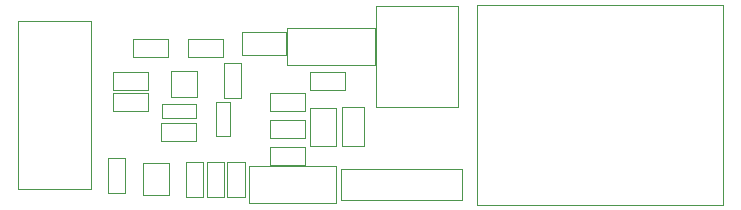
<source format=gbr>
G04 #@! TF.GenerationSoftware,KiCad,Pcbnew,(5.1.2)-1*
G04 #@! TF.CreationDate,2019-07-15T17:46:34-04:00*
G04 #@! TF.ProjectId,Charger Prototype,43686172-6765-4722-9050-726f746f7479,v1.0*
G04 #@! TF.SameCoordinates,Original*
G04 #@! TF.FileFunction,Other,User*
%FSLAX46Y46*%
G04 Gerber Fmt 4.6, Leading zero omitted, Abs format (unit mm)*
G04 Created by KiCad (PCBNEW (5.1.2)-1) date 2019-07-15 17:46:34*
%MOMM*%
%LPD*%
G04 APERTURE LIST*
%ADD10C,0.060000*%
%ADD11C,0.050000*%
G04 APERTURE END LIST*
D10*
X112946000Y-89832000D02*
X112946000Y-92032000D01*
X115146000Y-89832000D02*
X115146000Y-92032000D01*
X112946000Y-92032000D02*
X115146000Y-92032000D01*
X112946000Y-89832000D02*
X115146000Y-89832000D01*
X110533000Y-97646500D02*
X110533000Y-100346500D01*
X112733000Y-97646500D02*
X110533000Y-97646500D01*
X112733000Y-100346500D02*
X110533000Y-100346500D01*
X112733000Y-97646500D02*
X112733000Y-100346500D01*
D11*
X130182000Y-89307000D02*
X130182000Y-86207000D01*
X122782000Y-89307000D02*
X130182000Y-89307000D01*
X122782000Y-86207000D02*
X122782000Y-89307000D01*
X130182000Y-86207000D02*
X122782000Y-86207000D01*
X119500000Y-97891000D02*
X119500000Y-100991000D01*
X126900000Y-97891000D02*
X119500000Y-97891000D01*
X126900000Y-100991000D02*
X126900000Y-97891000D01*
X119500000Y-100991000D02*
X126900000Y-100991000D01*
X124732500Y-89948000D02*
X127692500Y-89948000D01*
X124732500Y-91408000D02*
X124732500Y-89948000D01*
X127692500Y-91408000D02*
X124732500Y-91408000D01*
X127692500Y-89948000D02*
X127692500Y-91408000D01*
X109061000Y-97237000D02*
X109061000Y-100197000D01*
X107601000Y-97237000D02*
X109061000Y-97237000D01*
X107601000Y-100197000D02*
X107601000Y-97237000D01*
X109061000Y-100197000D02*
X107601000Y-100197000D01*
X112706500Y-88614000D02*
X109746500Y-88614000D01*
X112706500Y-87154000D02*
X112706500Y-88614000D01*
X109746500Y-87154000D02*
X112706500Y-87154000D01*
X109746500Y-88614000D02*
X109746500Y-87154000D01*
X114369500Y-87154000D02*
X117329500Y-87154000D01*
X114369500Y-88614000D02*
X114369500Y-87154000D01*
X117329500Y-88614000D02*
X114369500Y-88614000D01*
X117329500Y-87154000D02*
X117329500Y-88614000D01*
X115665000Y-97516500D02*
X115665000Y-100476500D01*
X114205000Y-97516500D02*
X115665000Y-97516500D01*
X114205000Y-100476500D02*
X114205000Y-97516500D01*
X115665000Y-100476500D02*
X114205000Y-100476500D01*
D10*
X112176000Y-92618000D02*
X115026000Y-92618000D01*
X112176000Y-93818000D02*
X112176000Y-92618000D01*
X115026000Y-93818000D02*
X112176000Y-93818000D01*
X115026000Y-92618000D02*
X115026000Y-93818000D01*
X117948000Y-92492000D02*
X117948000Y-95342000D01*
X116748000Y-92492000D02*
X117948000Y-92492000D01*
X116748000Y-95342000D02*
X116748000Y-92492000D01*
X117948000Y-95342000D02*
X116748000Y-95342000D01*
D11*
X99970000Y-85610000D02*
X99970000Y-99810000D01*
X99970000Y-99810000D02*
X106120000Y-99810000D01*
X99970000Y-85610000D02*
X106120000Y-85610000D01*
X106120000Y-85610000D02*
X106120000Y-99810000D01*
X130297000Y-92909000D02*
X137197000Y-92909000D01*
X130297000Y-84309000D02*
X130297000Y-92909000D01*
X137197000Y-84309000D02*
X130297000Y-84309000D01*
X137197000Y-92909000D02*
X137197000Y-84309000D01*
X138808000Y-101160000D02*
X138808000Y-84260000D01*
X138808000Y-84260000D02*
X159698000Y-84260000D01*
X138808000Y-101160000D02*
X159698000Y-101160000D01*
X159698000Y-101160000D02*
X159698000Y-84260000D01*
X107994000Y-89948000D02*
X110954000Y-89948000D01*
X107994000Y-91408000D02*
X107994000Y-89948000D01*
X110954000Y-91408000D02*
X107994000Y-91408000D01*
X110954000Y-89948000D02*
X110954000Y-91408000D01*
X107994000Y-91726000D02*
X110954000Y-91726000D01*
X107994000Y-93186000D02*
X107994000Y-91726000D01*
X110954000Y-93186000D02*
X107994000Y-93186000D01*
X110954000Y-91726000D02*
X110954000Y-93186000D01*
X122636000Y-88453000D02*
X118936000Y-88453000D01*
X122636000Y-86553000D02*
X122636000Y-88453000D01*
X118936000Y-86553000D02*
X122636000Y-86553000D01*
X118936000Y-88453000D02*
X118936000Y-86553000D01*
X112083500Y-94266000D02*
X115043500Y-94266000D01*
X112083500Y-95726000D02*
X112083500Y-94266000D01*
X115043500Y-95726000D02*
X112083500Y-95726000D01*
X115043500Y-94266000D02*
X115043500Y-95726000D01*
X118840000Y-89172500D02*
X118840000Y-92132500D01*
X117380000Y-89172500D02*
X118840000Y-89172500D01*
X117380000Y-92132500D02*
X117380000Y-89172500D01*
X118840000Y-92132500D02*
X117380000Y-92132500D01*
X127383500Y-96231500D02*
X127383500Y-92871500D01*
X129283500Y-96231500D02*
X127383500Y-96231500D01*
X129283500Y-92871500D02*
X129283500Y-96231500D01*
X127383500Y-92871500D02*
X129283500Y-92871500D01*
X124251000Y-97758000D02*
X121291000Y-97758000D01*
X124251000Y-96298000D02*
X124251000Y-97758000D01*
X121291000Y-96298000D02*
X124251000Y-96298000D01*
X121291000Y-97758000D02*
X121291000Y-96298000D01*
X124251000Y-95472000D02*
X121291000Y-95472000D01*
X124251000Y-94012000D02*
X124251000Y-95472000D01*
X121291000Y-94012000D02*
X124251000Y-94012000D01*
X121291000Y-95472000D02*
X121291000Y-94012000D01*
X124251000Y-93186000D02*
X121291000Y-93186000D01*
X124251000Y-91726000D02*
X124251000Y-93186000D01*
X121291000Y-91726000D02*
X124251000Y-91726000D01*
X121291000Y-93186000D02*
X121291000Y-91726000D01*
X115983000Y-100476500D02*
X115983000Y-97516500D01*
X117443000Y-100476500D02*
X115983000Y-100476500D01*
X117443000Y-97516500D02*
X117443000Y-100476500D01*
X115983000Y-97516500D02*
X117443000Y-97516500D01*
X119157500Y-97516500D02*
X119157500Y-100476500D01*
X117697500Y-97516500D02*
X119157500Y-97516500D01*
X117697500Y-100476500D02*
X117697500Y-97516500D01*
X119157500Y-100476500D02*
X117697500Y-100476500D01*
D10*
X127361000Y-98141000D02*
X127361000Y-100741000D01*
X137561000Y-100741000D02*
X137561000Y-98141000D01*
X137561000Y-98141000D02*
X127361000Y-98141000D01*
X127361000Y-100741000D02*
X137561000Y-100741000D01*
X124693500Y-92951500D02*
X126893500Y-92951500D01*
X124693500Y-96151500D02*
X124693500Y-92951500D01*
X126893500Y-96151500D02*
X124693500Y-96151500D01*
X126893500Y-92951500D02*
X126893500Y-96151500D01*
M02*

</source>
